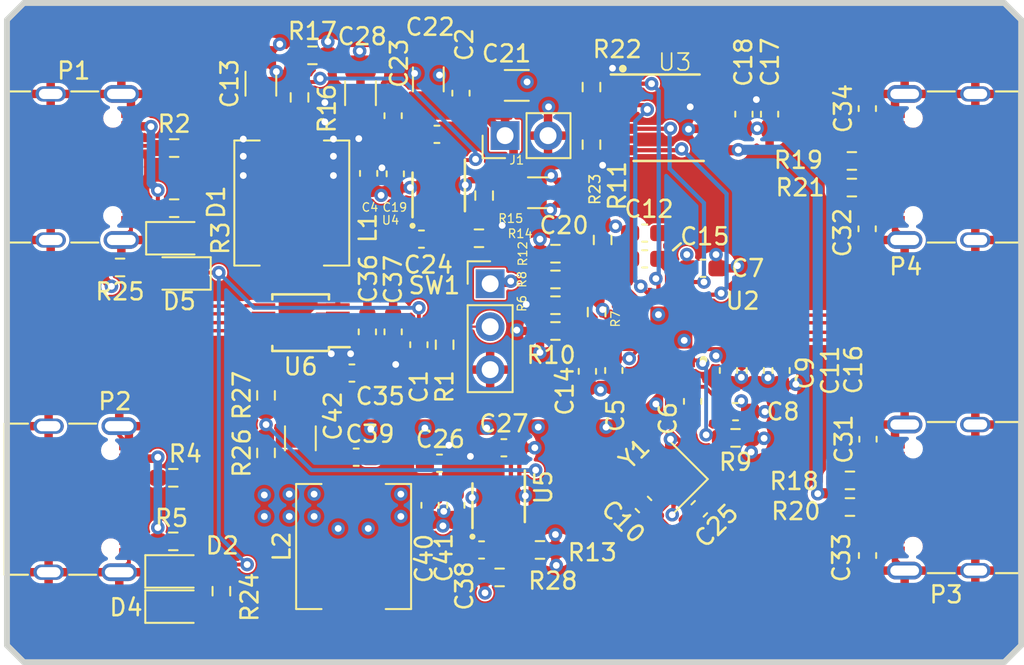
<source format=kicad_pcb>
(kicad_pcb (version 20221018) (generator pcbnew)
  (layers (0 "F.Cu" signal) (1 "In1.Cu" signal) (2 "In2.Cu" signal) (31 "B.Cu" signal) (34 "B.Paste" user) (35 "F.Paste" user) (36 "B.SilkS" user "B.Silkscreen") (37 "F.SilkS" user "F.Silkscreen") (38 "B.Mask" user) (39 "F.Mask" user) (44 "Edge.Cuts" user))
  (net 0 "")
  (net 1 "/KVM/SOURCE_SEL")
  (net 2 "GND")
  (net 3 "+12V")
  (net 4 "+5V")
  (net 5 "+3V3")
  (net 6 "Net-(U2-PLLFILT)")
  (net 7 "Net-(U2-XTALIN)")
  (net 8 "Net-(U2-CRFILT)")
  (net 9 "Net-(U4-BOOT)")
  (net 10 "Net-(U2-XTALOUT)")
  (net 11 "/KVM/Output Connectors/USP_PWR1")
  (net 12 "/KVM/Output Connectors/USP_PWR2")
  (net 13 "Net-(D1-A)")
  (net 14 "Net-(D2-A)")
  (net 15 "Net-(P1-CC)")
  (net 16 "/KVM/Input Connectors A/VBUS")
  (net 17 "Net-(P2-CC)")
  (net 18 "/KVM/Input Connectors B/VBUS")
  (net 19 "/KVM/USB/VBUS_DET")
  (net 20 "Net-(U2-~{RST})")
  (net 21 "Net-(U2-RBIAS)")
  (net 22 "Net-(U2-NO_REM0)")
  (net 23 "Net-(U2-SMBDAT{slash}NO_REM1)")
  (net 24 "Net-(U2-SMBCLK{slash}CFG_SEL0)")
  (net 25 "Net-(U4-PG)")
  (net 26 "Net-(U4-RT)")
  (net 27 "/Power/FB_5V")
  (net 28 "Net-(P3-VCONN)")
  (net 29 "Net-(P4-VCONN)")
  (net 30 "Net-(P3-CC)")
  (net 31 "Net-(P4-CC)")
  (net 32 "Net-(U2-~{OCS2})")
  (net 33 "Net-(U2-~{OCS1})")
  (net 34 "/KVM/DFP_USB_A.D_P")
  (net 35 "/KVM/DFP_USB_B.D_P")
  (net 36 "/KVM/USB Switch/USB_UP.D_P")
  (net 37 "/KVM/USB Switch/USB_UP.D_N")
  (net 38 "/KVM/DFP_USB_B.D_N")
  (net 39 "/KVM/DFP_USB_A.D_N")
  (net 40 "/KVM/Output Connectors/UFP_USB1.D_N")
  (net 41 "/KVM/Output Connectors/UFP_USB1.D_P")
  (net 42 "/KVM/Output Connectors/UFP_USB2.D_N")
  (net 43 "/KVM/Output Connectors/UFP_USB2.D_P")
  (net 45 "Net-(U2-PRTPWR1)")
  (net 46 "Net-(U2-PRTPWR2)")
  (net 47 "Net-(D4-A)")
  (net 48 "Net-(D5-A)")
  (net 49 "/Power/5V_SW")
  (net 50 "Net-(U5-BOOT)")
  (net 51 "/Power/3V3_SW")
  (net 54 "Net-(U5-RT)")
  (net 55 "/Power/FB_3V3")
  (net 56 "Net-(U5-PG)")
  (footprint "Capacitor_SMD:C_0603_1608Metric_Pad1.08x0.95mm_HandSolder" (layer "F.Cu") (at 154.8892 118.7196 -90)
    (fp_text reference "C5")
    (fp_text value "1000pF" hide)
  )
  (footprint "Rockerrobotics:Diodes-SO8" (layer "F.Cu") (at 157.8356 103.7844)
    (fp_text reference "U3")
    (fp_text value "AP2176SG-13" hide)
  )
  (footprint "Resistor_SMD:R_0603_1608Metric_Pad0.98x0.95mm_HandSolder" (layer "F.Cu") (at 128.8288 125.0696)
    (fp_text reference "R4")
    (fp_text value "5.1k" hide)
  )
  (footprint "Resistor_SMD:R_0603_1608Metric_Pad0.98x0.95mm_HandSolder" (layer "F.Cu") (at 144.8816 117.1956 -90)
    (fp_text reference "R1")
    (fp_text value "10k" hide)
  )
  (footprint "Rockerrobotics:AMPHENOL_12402012E212A" (layer "F.Cu") (at 121.576 106.68 -90)
    (fp_text reference "P1")
    (fp_text value "USB_C_Plug_USB2.0" hide)
  )
  (footprint "Capacitor_SMD:C_0603_1608Metric_Pad1.08x0.95mm_HandSolder" (layer "F.Cu") (at 144.018 126.6952 -90)
    (fp_text reference "C40")
    (fp_text value "0.1uF" hide)
  )
  (footprint "Capacitor_SMD:C_0603_1608Metric_Pad1.08x0.95mm_HandSolder" (layer "F.Cu") (at 164.7825 118.7196 -90)
    (fp_text reference "C16")
    (fp_text value "1uF" hide)
  )
  (footprint "Resistor_SMD:R_0603_1608Metric_Pad0.98x0.95mm_HandSolder" (layer "F.Cu") (at 151.4367 114.8588)
    (fp_text reference "R6")
    (fp_text value "100k" hide)
  )
  (footprint "Capacitor_SMD:C_0603_1608Metric_Pad1.08x0.95mm_HandSolder" (layer "F.Cu") (at 161.671 118.7196 -90)
    (fp_text reference "C9")
    (fp_text value "1000pF" hide)
  )
  (footprint "Resistor_SMD:R_0603_1608Metric_Pad0.98x0.95mm_HandSolder" (layer "F.Cu") (at 168.859 126.7968)
    (fp_text reference "R20")
    (fp_text value "22K" hide)
  )
  (footprint "Rockerrobotics:AMPHENOL_12402012E212A" (layer "F.Cu") (at 176.276 126.238 90)
    (fp_text reference "P3")
    (fp_text value "USB_C_Plug_USB2.0" hide)
  )
  (footprint "Capacitor_SMD:C_0603_1608Metric_Pad1.08x0.95mm_HandSolder" (layer "F.Cu") (at 141.8336 116.4336 90)
    (fp_text reference "C37")
    (fp_text value "0.1uF" hide)
  )
  (footprint "Capacitor_SMD:C_1206_3216Metric_Pad1.33x1.80mm_HandSolder" (layer "F.Cu") (at 150.5204 108.204)
    (fp_text reference "C20")
    (fp_text value "10uF" hide)
  )
  (footprint "Resistor_SMD:R_0603_1608Metric_Pad0.98x0.95mm_HandSolder" (layer "F.Cu") (at 168.859 125.222)
    (fp_text reference "R18")
    (fp_text value "22K" hide)
  )
  (footprint "Diode_SMD:D_0805_2012Metric_Pad1.15x1.40mm_HandSolder" (layer "F.Cu") (at 129.0828 110.8964)
    (fp_text reference "D1")
    (fp_text value "GREEN" hide)
  )
  (footprint "Resistor_SMD:R_0603_1608Metric_Pad0.98x0.95mm_HandSolder" (layer "F.Cu") (at 153.5684 101.9537 -90)
    (fp_text reference "R22")
    (fp_text value "100k" hide)
  )
  (footprint "Capacitor_SMD:C_0603_1608Metric_Pad1.08x0.95mm_HandSolder" (layer "F.Cu") (at 148.3868 123.2916)
    (fp_text reference "C27")
    (fp_text value "0.1uF" hide)
  )
  (footprint "Capacitor_SMD:C_1206_3216Metric_Pad1.33x1.80mm_HandSolder" (layer "F.Cu") (at 134.0104 101.7524 90)
    (fp_text reference "C13")
    (fp_text value "10uF" hide)
  )
  (footprint "Resistor_SMD:R_0603_1608Metric_Pad0.98x0.95mm_HandSolder" (layer "F.Cu") (at 168.9724 107.8992)
    (fp_text reference "R21")
    (fp_text value "22K" hide)
  )
  (footprint "Capacitor_SMD:C_0603_1608Metric_Pad1.08x0.95mm_HandSolder" (layer "F.Cu") (at 145.8468 102.3123 90)
    (fp_text reference "C2")
    (fp_text value "1uF" hide)
  )
  (footprint "Capacitor_SMD:C_0603_1608Metric_Pad1.08x0.95mm_HandSolder" (layer "F.Cu") (at 164.1048 103.5558 -90)
    (fp_text reference "C17")
    (fp_text value "0.1uF" hide)
  )
  (footprint "Rockerrobotics:AMPHENOL_12402012E212A" (layer "F.Cu") (at 176.276 106.68 90)
    (fp_text reference "P4")
    (fp_text value "USB_C_Plug_USB2.0" hide)
  )
  (footprint "Capacitor_SMD:C_0603_1608Metric_Pad1.08x0.95mm_HandSolder" (layer "F.Cu") (at 169.8752 110.3376 -90)
    (fp_text reference "C32")
    (fp_text value "1uF" hide)
  )
  (footprint "Crystal:Crystal_SMD_2520-4Pin_2.5x2.0mm" (layer "F.Cu") (at 158.2928 124.968 135)
    (fp_text reference "Y1")
    (fp_text value "24MHz" hide)
  )
  (footprint "Capacitor_SMD:C_1206_3216Metric_Pad1.33x1.80mm_HandSolder" (layer "F.Cu") (at 143.9164 101.4984 90)
    (fp_text reference "C22")
    (fp_text value "10uF" hide)
  )
  (footprint "Resistor_SMD:R_0603_1608Metric_Pad0.98x0.95mm_HandSolder" (layer "F.Cu") (at 151.4367 113.3348)
    (fp_text reference "R8")
    (fp_text value "10k" hide)
  )
  (footprint "Diode_SMD:D_0805_2012Metric_Pad1.15x1.40mm_HandSolder" (layer "F.Cu") (at 129.032 132.6896)
    (fp_text reference "D4")
    (fp_text value "GREEN" hide)
  )
  (footprint "Resistor_SMD:R_0603_1608Metric_Pad0.98x0.95mm_HandSolder" (layer "F.Cu") (at 134.3152 120.1928 90)
    (fp_text reference "R27")
    (fp_text value "32K" hide)
  )
  (footprint "Capacitor_SMD:C_0603_1608Metric_Pad1.08x0.95mm_HandSolder" (layer "F.Cu") (at 147.066 129.3368 180)
    (fp_text reference "C38")
    (fp_text value "0.1uF" hide)
  )
  (footprint "Capacitor_SMD:C_0603_1608Metric_Pad1.08x0.95mm_HandSolder" (layer "F.Cu") (at 156.645056 126.648307 -45)
    (fp_text reference "C10")
    (fp_text value "18pF" hide)
  )
  (footprint "Capacitor_SMD:C_0603_1608Metric_Pad1.08x0.95mm_HandSolder" (layer "F.Cu") (at 160.1597 112.6744)
    (fp_text reference "C7")
    (fp_text value "1000pF" hide)
  )
  (footprint "Capacitor_SMD:C_0603_1608Metric_Pad1.08x0.95mm_HandSolder" (layer "F.Cu") (at 159.5501 120.5484 -90)
    (fp_text reference "C6")
    (fp_text value "1000pF" hide)
  )
  (footprint "Capacitor_SMD:C_0603_1608Metric_Pad1.08x0.95mm_HandSolder" (layer "F.Cu") (at 139.3952 118.872)
    (fp_text reference "C35")
    (fp_text value "1uF" hide)
  )
  (footprint "Capacitor_SMD:C_0603_1608Metric_Pad1.08x0.95mm_HandSolder" (layer "F.Cu") (at 162.5854 103.5558 -90)
    (fp_text reference "C18")
    (fp_text value "0.1uF" hide)
  )
  (footprint "Capacitor_SMD:C_0603_1608Metric_Pad1.08x0.95mm_HandSolder" (layer "F.Cu") (at 143.51 110.9472 180)
    (fp_text reference "C24")
    (fp_text value "0.1uF" hide)
  )
  (footprint "Resistor_SMD:R_0603_1608Metric_Pad0.98x0.95mm_HandSolder" (layer "F.Cu") (at 146.9117 110.8964 180)
    (fp_text reference "R14")
    (fp_text value "100K" hide)
  )
  (footprint "Rockerrobotics:AMPHENOL_12402012E212A" (layer "F.Cu") (at 121.452 126.334 -90)
    (fp_text reference "P2")
    (fp_text value "USB_C_Plug_USB2.0" hide)
  )
  (footprint "Resistor_SMD:R_0603_1608Metric_Pad0.98x0.95mm_HandSolder" (layer "F.Cu") (at 148.1328 130.9624)
    (fp_text reference "R28")
    (fp_text value "100K" hide)
  )
  (footprint "Capacitor_SMD:C_1206_3216Metric_Pad1.33x1.80mm_HandSolder" (layer "F.Cu") (at 149.1488 101.854)
    (fp_text reference "C21")
    (fp_text value "10uF" hide)
  )
  (footprint "Capacitor_SMD:C_0603_1608Metric_Pad1.08x0.95mm_HandSolder" (layer "F.Cu") (at 169.9004 129.667 -90)
    (fp_text reference "C33")
    (fp_text value "0.1uF" hide)
  )
  (footprint "Resistor_SMD:R_0603_1608Metric_Pad0.98x0.95mm_HandSolder" (layer "F.Cu") (at 134.3152 123.5964 90)
    (fp_text reference "R26")
    (fp_text value "100K" hide)
  )
  (footprint "Capacitor_SMD:C_1206_3216Metric_Pad1.33x1.80mm_HandSolder" (layer "F.Cu") (at 139.9032 102.3112 90)
    (fp_text reference "C28")
    (fp_text value "10uF" hide)
  )
  (footprint "Resistor_SMD:R_0603_1608Metric_Pad0.98x0.95mm_HandSolder" (layer "F.Cu") (at 168.9724 106.3244)
    (fp_text reference "R19")
    (fp_text value "22K" hide)
  )
  (footprint "Capacitor_SMD:C_0603_1608Metric_Pad1.08x0.95mm_HandSolder" (layer "F.Cu") (at 169.8868 103.2256 90)
    (fp_text reference "C34")
    (fp_text value "0.1uF" hide)
  )
  (footprint "Resistor_SMD:R_0603_1608Metric_Pad0.98x0.95mm_HandSolder" (layer "F.Cu") (at 128.8796 105.5624)
    (fp_text reference "R2")
    (fp_text value "5.1k" hide)
  )
  (footprint "Capacitor_SMD:C_0603_1608Metric_Pad1.08x0.95mm_HandSolder" (layer "F.Cu") (at 143.3576 117.1956 -90)
    (fp_text reference "C1")
    (fp_text value "0.1uF" hide)
  )
  (footprint "Capacitor_SMD:C_0603_1608Metric_Pad1.08x0.95mm_HandSolder" (layer "F.Cu") (at 145.542 126.6952 -90)
    (fp_text reference "C41")
    (fp_text value "0.1uF" hide)
  )
  (footprint "Diode_SMD:D_0805_2012Metric_Pad1.15x1.40mm_HandSolder" (layer "F.Cu") (at 129.032 130.6068)
    (fp_text reference "D2")
    (fp_text value "GREEN" hide)
  )
  (footprint "Capacitor_SMD:C_0603_1608Metric_Pad1.08x0.95mm_HandSolder" (layer "F.Cu") (at 156.718 112.1156 180)
    (fp_text reference "C15")
    (fp_text value "0.1uF" hide)
  )
  (footprint "Connector_PinHeader_2.54mm:PinHeader_1x03_P2.54mm_Vertical" (layer "F.Cu") (at 147.574 113.5888)
    (fp_text reference "SW1")
    (fp_text value "SW_SPDT")
  )
  (footprint "Inductor_SMD:L_Abracon_ASPI-0630LR" (layer "F.Cu") (at 135.8392 108.8136 90)
    (fp_text reference "L1")
    (fp_text value "4.7uH" hide)
  )
  (footprint "Capacitor_SMD:C_1206_3216Metric_Pad1.33x1.80mm_HandSolder" (layer "F.Cu") (at 136.3472 122.7328 90)
    (fp_text reference "C42")
    (fp_text value "10uF" hide)
  )
  (footprint "Resistor_SMD:R_0603_1608Metric_Pad0.98x0.95mm_HandSolder" (layer "F.Cu") (at 147.2184 108.3725 90)
    (fp_text reference "R15")
    (fp_text value "23K" hide)
  )
  (footprint "Capacitor_SMD:C_0603_1608Metric_Pad1.08x0.95mm_HandSolder" (layer "F.Cu") (at 144.5768 124.206 180)
    (fp_text reference "C26")
    (fp_text value "0.1uF" hide)
  )
  (footprint "Rockerrobotics:TI_DFN12_P0.5" (layer "F.Cu") (at 144.506315 107.7722 90)
    (fp_text reference "U4")
    (fp_text value "LMR51450FNDRRR" hide)
  )
  (footprint "Resistor_SMD:R_0603_1608Metric_Pad0.98x0.95mm_HandSolder" (layer "F.Cu") (at 128.8288 128.8288 180)
    (fp_text reference "R5")
    (fp_text value "120" hide)
  )
  (footprint "Connector_PinHeader_2.54mm:PinHeader_1x02_P2.54mm_Vertical" (layer "F.Cu") (at 148.4576 104.8262 90)
    (fp_text reference "J1")
    (fp_text value "PJ-037A")
  )
  (footprint "Resistor_SMD:R_0603_1608Metric_Pad0.98x0.95mm_HandSolder" (layer "F.Cu") (at 153.5684 105.3592 90)
    (fp_text reference "R23")
    (fp_text value "100k" hide)
  )
  (footprint "Capacitor_SMD:C_0603_1608Metric_Pad1.08x0.95mm_HandSolder" (layer "F.Cu") (at 144.4244 104.7496)
    (fp_text reference "C3" hide)
    (fp_text value "0.1uF" hide)
  )
  (footprint "Capacitor_SMD:C_0603_1608Metric_Pad1.08x0.95mm_HandSolder" (layer "F.Cu") (at 169.9258 122.7836 90)
    (fp_text reference "C31")
    (fp_text value "1uF" hide)
  )
  (footprint "Resistor_SMD:R_0603_1608Metric_Pad0.98x0.95mm_HandSolder" (layer "F.Cu") (at 136.2964 102.5652 90)
    (fp_text reference "R16")
    (fp_text value "100K" hide)
  )
  (footprint "Resistor_SMD:R_0603_1608Metric_Pad0.98x0.95mm_HandSolder" (layer "F.Cu") (at 151.4367 116.3828 180)
    (fp_text reference "R10")
    (fp_text value "10k" hide)
  )
  (footprint "Resistor_SMD:R_0603_1608Metric_Pad0.98x0.95mm_HandSolder" (layer "F.Cu") (at 150.5204 129.3368)
    (fp_text reference "R13")
    (fp_text value "23K" hide)
  )
  (footprint "Capacitor_SMD:C_0603_1608Metric_Pad1.08x0.95mm_HandSolder" (layer "F.Cu") (at 139.6492 123.8504)
    (fp_text reference "C39")
    (fp_text value "1uF" hide)
  )
  (footprint "Resistor_SMD:R_0603_1608Metric_Pad0.98x0.95mm_HandSolder" (layer "F.Cu") (at 162.0901 122.7074 180)
    (fp_text reference "R9")
    (fp_text value "12k" hide)
  )
  (footprint "Capacitor_SMD:C_0603_1608Metric_Pad1.08x0.95mm_HandSolder" (layer "F.Cu") (at 153.3271 118.7704 -90)
    (fp_text reference "C14")
    (fp_text value "0.1uF" hide)
  )
  (footprint "Capacitor_SMD:C_0603_1608Metric_Pad1.08x0.95mm_HandSolder" (layer "F.Cu") (at 163.2585 118.7196 -90)
    (fp_text reference "C11")
    (fp_text value "0.1uF" hide)
  )
  (footprint "Rockerrobotics:TI_DFN12_P0.5" (layer "F.Cu") (at 148.050885 126.1618 90)
    (fp_text reference "U5")
    (fp_text value "LMR51450FNDRRR" hide)
  )
  (footprint "Package_SO:MSOP-10_3x3mm_P0.5mm" (layer "F.Cu") (at 136.3628 115.8908 180)
    (fp_text reference "U6")
    (fp_text value "RS2227XN" hide)
  )
  (footprint "Resistor_SMD:R_0603_1608Metric_Pad0.98x0.95mm_HandSolder" (layer "F.Cu") (at 151.4367 111.8108 180)
    (fp_text reference "R12")
    (fp_text value "10k" hide)
  )
  (footprint "Resistor_SMD:R_0603_1608Metric_Pad0.98x0.95mm_HandSolder" (layer "F.Cu") (at 137.0584 100.076)
    (fp_text reference "R17")
    (fp_text value "19.1K" hide)
  )
  (footprint "Diode_SMD:D_0805_2012Metric_Pad1.15x1.40mm_HandSolder" (layer "F.Cu") (at 129.1844 112.9792 180)
    (fp_text reference "D5")
    (fp_text value "GREEN" hide)
  )
  (footprint "Rockerrobotics:SQFN24_4X4MC_MCH" (layer "F.Cu") (at 158.2928 116.1796 180)
    (fp_text reference "U2")
    (fp_text value "USB2422T/MJ" hide)
  )
  (footprint "Resistor_SMD:R_0603_1608Metric_Pad0.98x0.95mm_HandSolder" (layer "F.Cu") (at 131.6736 131.7752 90)
    (fp_text reference "R24")
    (fp_text value "120" hide)
  )
  (footprint "Resistor_SMD:R_0603_1608Metric_Pad0.98x0.95mm_HandSolder" (layer "F.Cu") (at 153.8732 115.2652 90)
    (fp_text reference "R7")
    (fp_text value "100k" hide)
  )
  (footprint "Resistor_SMD:R_0603_1608Metric_Pad0.98x0.95mm_HandSolder" (layer "F.Cu") (at 125.6792 112.6236 180)
    (fp_text reference "R25")
    (fp_text value "120" hide)
  )
  (footprint "Inductor_SMD:L_Abracon_ASPI-0630LR" (layer "F.Cu") (at 139.4968 129.1336 90)
    (fp_text reference "L2")
    (fp_text value "4.7uH" hide)
  )
  (footprint "Capacitor_SMD:C_0603_1608Metric_Pad1.08x0.95mm_HandSolder" (layer "F.Cu") (at 140.3096 116.4336 90)
    (fp_text reference "C36")
    (fp_text value "0.1uF" hide)
  )
  (footprint "Capacitor_SMD:C_0603_1608Metric_Pad1.08x0.95mm_HandSolder" (layer "F.Cu") (at 140.3858 107.061 -90)
    (fp_text reference "C4")
    (fp_text value "0.1uF" hide)
  )
  (footprint "Resistor_SMD:R_0603_1608Metric_Pad0.98x0.95mm_HandSolder" (layer "F.Cu") (at 128.8796 109.1184 180)
    (fp_text reference "R3")
    (fp_text value "120" hide)
  )
  (footprint "Capacitor_SMD:C_0603_1608Metric_Pad1.08x0.95mm_HandSolder" (layer "F.Cu") (at 162.0901 121.158)
    (fp_text reference "C8")
    (fp_text value "0.1uF" hide)
  )
  (footprint "Capacitor_SMD:C_0603_1608Metric_Pad1.08x0.95mm_HandSolder" (layer "F.Cu") (at 141.8336 103.6481 90)
    (fp_text reference "C23")
    (fp_text value "1uF" hide)
  )
  (footprint "Capacitor_SMD:C_0603_1608Metric_Pad1.08x0.95mm_HandSolder" (layer "F.Cu") (at 141.9606 107.0864 -90)
    (fp_text reference "C19")
    (fp_text value "0.1uF" hide)
  )
  (footprint "Capacitor_SMD:C_0603_1608Metric_Pad1.08x0.95mm_HandSolder" (layer "F.Cu") (at 156.718 110.5916 180)
    (fp_text reference "C12")
    (fp_text value "1000pF" hide)
  )
  (footprint "Resistor_SMD:R_0603_1608Metric_Pad0.98x0.95mm_HandSolder" (layer "F.Cu") (at 154.2288 110.998 90)
    (fp_text reference "R11")
    (fp_text value "10k" hide)
  )
  (footprint "Capacitor_SMD:C_0603_1608Metric_Pad1.08x0.95mm_HandSolder" (layer "F.Cu") (at 159.947056 126.902307 -135)
    (fp_text reference "C25")
    (fp_text value "18pF" hide)
  )
  (gr_line (start 158.3944 111.6076) (end 158.8516 111.2012) (stroke (width 0.15)) (layer "F.SilkS"))
  (gr_line (start 118.9896 134.977198) (end 118.9896 97.9772) (stroke (width 0.349999)) (layer "Edge.Cuts"))
  (gr_line (start 119.9896 96.9772) (end 177.9896 96.9772) (stroke (width 0.349999)) (layer "Edge.Cuts"))
  (gr_line (start 119.9896 135.977198) (end 118.9896 134.977198) (stroke (width 0.349999)) (layer "Edge.Cuts"))
  (gr_line (start 119.9896 96.9772) (end 118.9896 97.9772) (stroke (width 0.349999)) (layer "Edge.Cuts"))
  (gr_line (start 178.9896 134.977198) (end 178.9896 97.9772) (stroke (width 0.349999)) (layer "Edge.Cuts"))
  (gr_line (start 119.9896 135.977198) (end 177.9896 135.977198) (stroke (width 0.349999)) (layer "Edge.Cuts"))
  (gr_line (start 177.9896 135.977198) (end 178.9896 134.977198) (stroke (width 0.349999)) (layer "Edge.Cuts"))
  (gr_line (start 177.9896 96.9772) (end 178.9896 97.9772) (stroke (width 0.349999)) (layer "Edge.Cuts"))
  (segment (start 131.5212 112.9284) (end 130.2602 112.9284) (width 0.2286) (layer "F.Cu") (net 1))
  (segment (start 130.2602 112.9284) (end 130.2094 112.8776) (width 0.2286) (layer "F.Cu") (net 1))
  (segment (start 133.1976 130.2004) (end 132.3359 130.2004) (width 0.2286) (layer "F.Cu") (net 1))
  (segment (start 143.3576 116.3331) (end 143.5619 116.1288) (width 0.127) (layer "F.Cu") (net 1))
  (segment (start 132.3359 130.2004) (end 131.6736 130.8627) (width 0.2286) (layer "F.Cu") (net 1))
  (segment (start 143.3576 116.3331) (end 143.3576 115.0112) (width 0.2286) (layer "F.Cu") (net 1))
  (segment (start 143.2999 116.3908) (end 143.3576 116.3331) (width 0.127) (layer "F.Cu") (net 1))
  (segment (start 143.5619 116.1288) (end 147.574 116.1288) (width 0.127) (layer "F.Cu") (net 1))
  (segment (start 138.5628 116.3908) (end 143.2999 116.3908) (width 0.2286) (layer "F.Cu") (net 1))
  (via (at 131.5212 112.9284) (size 0.8) (drill 0.4) (layers "F.Cu" "B.Cu") (net 1))
  (via (at 133.1976 130.2004) (size 0.8) (drill 0.4) (layers "F.Cu" "B.Cu") (net 1))
  (via (at 143.3576 115.0112) (size 0.8) (drill 0.4) (layers "F.Cu" "B.Cu") (net 1))
  (segment (start 143.3576 115.0112) (end 133.604 115.0112) (width 0.2286) (layer "B.Cu") (net 1))
  (segment (start 131.5212 112.9284) (end 131.5212 128.524) (width 0.2286) (layer "B.Cu") (net 1))
  (segment (start 131.5212 128.524) (end 133.1976 130.2004) (width 0.2286) (layer "B.Cu") (net 1))
  (segment (start 133.604 115.0112) (end 131.5212 112.9284) (width 0.2286) (layer "B.Cu") (net 1))
  (segment (start 148.050885 126.1618) (end 146.587163 126.1618) (width 0.2286) (layer "F.Cu") (net 2))
  (segment (start 164.1048 104.4183) (end 163.3971 104.4183) (width 0.508) (layer "F.Cu") (net 2))
  (segment (start 146.3876 107.46) (end 146.1008 107.7468) (width 0.381) (layer "F.Cu") (net 2))
  (segment (start 140.6895 107.9235) (end 141.1224 108.3564) (width 0.508) (layer "F.Cu") (net 2))
  (segment (start 137.9709 100.076) (end 137.9709 99.2651) (width 0.381) (layer "F.Cu") (net 2))
  (segment (start 144.78 127.9144) (end 144.8308 127.0508) (width 0.508) (layer "F.Cu") (net 2))
  (segment (start 146.587163 126.1618) (end 146.510487 126.238476) (width 0.2286) (layer "F.Cu") (net 2))
  (segment (start 171.526 109.88) (end 171.526 110.43) (width 0.381) (layer "F.Cu") (net 2))
  (segment (start 147.2184 107.46) (end 146.3876 107.46) (width 0.381) (layer "F.Cu") (net 2))
  (segment (start 125.756 111) (end 127.9542 111) (width 0.2286) (layer "F.Cu") (net 2))
  (segment (start 144.018 127.5577) (end 144.3239 127.5577) (width 0.508) (layer "F.Cu") (net 2))
  (segment (start 145.256504 106.2736) (end 145.256504 107.022011) (width 0.508) (layer "F.Cu") (net 2))
  (segment (start 127.9542 111) (end 128.0578 110.8964) (width 0.2286) (layer "F.Cu") (net 2))
  (segment (start 127.9598 130.654) (end 125.632 130.654) (width 0.2286) (layer "F.Cu") (net 2))
  (segment (start 126.202 130.084) (end 125.632 130.654) (width 0.2286) (layer "F.Cu") (net 2))
  (segment (start 134.0104 100.1899) (end 134.3537 100.1899) (width 0.381) (layer "F.Cu") (net 2))
  (segment (start 152.0829 108.2671) (end 151.13 109.22) (width 0.381) (layer "F.Cu") (net 2))
  (segment (start 143.7143 122.1243) (end 143.7132 122.1232) (width 0.508) (layer "F.Cu") (net 2))
  (segment (start 161.0222 111.9494) (end 160.9344 111.8616) (width 0.2286) (layer "F.Cu") (net 2))
  (segment (start 152.0829 108.204) (end 152.0829 108.2671) (width 0.381) (layer "F.Cu") (net 2))
  (segment (start 154.8911 110.0855) (end 154.9908 110.1852) (width 0.381) (layer "F.Cu") (net 2))
  (segment (start 153.8732 114.7572) (end 154.2288 115.1128) (width 0.381) (layer "F.Cu") (net 2))
  (segment (start 143.9164 99.9359) (end 143.9164 100.584) (width 0.381) (layer "F.Cu") (net 2))
  (segment (start 150.7621 102.8577) (end 151.0284 103.124) (width 0.381) (layer "F.Cu") (net 2))
  (segment (start 162.052 112.6744) (end 162.2044 112.522) (width 0.2286) (layer "F.Cu") (net 2))
  (segment (start 158.416544 126.260144) (end 159.337176 127.180776) (width 0.25) (layer "F.Cu") (net 2))
  (segment (start 134.3537 100.1899) (end 135.128 99.4156) (width 0.381) (layer "F.Cu") (net 2))
  (segment (start 148.050885 126.1618) (end 149.6314 126.1618) (width 0.2286) (layer "F.Cu") (net 2))
  (segment (start 140.3858 107.9235) (end 140.6895 107.9235) (width 0.508) (layer "F.Cu") (net 2))
  (segment (start 126.202 129.534) (end 126.202 130.084) (width 0.2286) (layer "F.Cu") (net 2))
  (segment (start 149.588474 126.1364) (end 149.6568 126.1364) (width 0.2286) (layer "F.Cu") (net 2))
  (segment (start 159.3342 104.4194) (end 159.3088 104.4448) (width 0.508) (layer "F.Cu") (net 2))
  (segment (start 150.7621 101.9048) (end 150.7621 102.8577) (width 0.381) (layer "F.Cu") (net 2))
  (segment (start 128.007 130.6068) (end 127.9598 130.654) (width 0.2286) (layer "F.Cu") (net 2))
  (segment (start 140.5117 122.1751) (end 140.5128 122.174) (width 0.508) (layer "F.Cu") (net 2))
  (segment (start 158.169056 123.854307) (end 158.169056 122.856544) (width 0.508) (layer "F.Cu") (net 2))
  (segment (start 158.416544 126.081693) (end 158.416544 126.096579) (width 0.25) (layer "F.Cu") (net 2))
  (segment (start 159.337176 127.180776) (end 159.337176 127.512187) (width 0.25) (layer "F.Cu") (net 2))
  (segment (start 148.801074 125.349) (end 149.588474 126.1364) (width 0.2286) (layer "F.Cu") (net 2))
  (segment (start 134.0735 100.1899) (end 134.9248 101.0412) (width 0.381) (layer "F.Cu") (net 2))
  (segment (start 171.526 129.438) (end 171.526 129.988) (width 0.381) (layer "F.Cu") (net 2))
  (segment (start 149.6314 126.1618) (end 149.6568 126.1364) (width 0.2286) (layer "F.Cu") (net 2))
  (segment (start 126.326 110.43) (end 125.756 111) (width 0.2286) (layer "F.Cu") (net 2))
  (segment (start 160.7941 104.4194) (end 159.3342 104.4194) (width 0.508) (layer "F.Cu") (net 2))
  (segment (start 139.8524 100.7487) (end 139.8524 99.822) (width 0.381) (layer "F.Cu") (net 2))
  (segment (start 145.256504 107.022011) (end 144.506315 107.7722) (width 0.508) (layer "F.Cu") (net 2))
  (segment (start 152.0829 108.0901) (end 151.1808 107.188) (width 0.381) (layer "F.Cu") (net 2))
  (segment (start 163.3971 104.4183) (end 163.3728 104.394) (width 0.508) (layer "F.Cu") (net 2))
  (segment (start 141.9352 107.9235) (end 141.9606 107.9489) (width 0.508) (layer "F.Cu") (net 2))
  (segment (start 134.0104 100.1899) (end 134.0735 100.1899) (width 0.381) (layer "F.Cu") (net 2))
  (segment (start 137.9709 99.2651) (end 137.9728 99.2632) (width 0.381) (layer "F.Cu") (net 2))
  (segment (start 158.416544 126.081693) (end 158.416544 127.181056) (width 0.25) (layer "F.Cu") (net 2))
  (segment (start 126.326 103.48) (end 126.326 102.93) (width 0.2286) (layer "F.Cu") (net 2))
  (segment (start 161.0222 112.6744) (end 162.052 112.6744) (width 0.2286) (layer "F.Cu") (net 2))
  (segment (start 150.0124 101.9048) (end 149.7584 101.6508) (width 0.381) (layer "F.Cu") (net 2))
  (segment (start 148.801074 123.739826) (end 149.2493 123.2916) (width 0.2286) (layer "F.Cu") (net 2))
  (segment (start 150.5242 110.951) (end 150.5204 110.9472) (width 0.381) (layer "F.Cu") (net 2))
  (segment (start 143.7143 124.206) (end 143.7143 122.1243) (width 0.508) (layer "F.Cu") (net 2))
  (segment (start 143.9164 100.584) (end 144.5768 101.2444) (width 0.381) (layer "F.Cu") (net 2))
  (segment (start 148.801074 124.6632) (end 148.801074 125.349) (width 0.2286) (layer "F.Cu") (net 2))
  (segment (start 158.169056 122.856544) (end 158.242 122.7836) (width 0.508) (layer "F.Cu") (net 2))
  (segment (start 126.326 109.88) (end 126.326 110.43) (width 0.2286) (layer "F.Cu") (net 2))
  (segment (start 126.326 102.93) (end 125.756 102.36) (width 0.2286) (layer "F.Cu") (net 2))
  (segment (start 171.526 110.43) (end 172.096 111) (width 0.381) (layer "F.Cu") (net 2))
  (segment (start 140.5117 123.8504) (end 140.5117 122.1751) (width 0.508) (layer "F.Cu") (net 2))
  (segment (start 141.5553 107.9235) (end 141.9352 107.9235) (width 0.508) (layer "F.Cu") (net 2))
  (segment (start 153.8732 114.3527) (end 153.8732 114.7572) (width 0.381) (layer "F.Cu") (net 2))
  (segment (start 161.0222 112.6744) (end 161.0222 111.9494) (width 0.2286) (layer "F.Cu") (net 2))
  (segment (start 171.526 129.988) (end 172.096 130.558) (width 0.381) (layer "F.Cu") (net 2))
  (segment (start 158.416544 126.081693) (end 158.416544 126.260144) (width 0.25) (layer "F.Cu") (net 2))
  (segment (start 158.416544 127.181056) (end 158.3436 127.254) (width 0.25) (layer "F.Cu") (net 2))
  (segment (start 125.632 122.564) (end 126.202 123.134) (width 0.2286) (layer "F.Cu") (net 2))
  (segment (start 125.632 122.014) (end 125.632 122.564) (width 0.2286) (layer "F.Cu") (net 2))
  (segment (start 144.3239 127.5577) (end 144.78 127.9144) (width 0.508) (layer "F.Cu") (net 2))
  (segment (start 154.2288 110.0855) (end 154.8911 110.0855) (width 0.381) (layer "F.Cu") (net 2))
  (segment (start 150.5242 111.8108) (end 150.5242 110.951) (width 0.381) (layer "F.Cu") (net 2))
  (segment (start 158.416544 126.096579) (end 157.254936 127.258187) (width 0.25) (layer "F.Cu") (net 2))
  (segment (start 148.801074 124.6632) (end 148.801074 123.739826) (width 0.2286) (layer "F.Cu") (net 2))
  (segment (start 150.7621 101.9048) (end 150.0124 101.9048) (width 0.381) (layer "F.Cu") (net 2))
  (segment (start 152.0829 108.204) (end 152.0829 108.0901) (width 0.381) (layer "F.Cu") (net 2))
  (segment (start 143.9164 100.33) (end 143.1036 101.1428) (width 0.381) (layer "F.Cu") (net 2))
  (segment (start 143.9164 99.9359) (end 143.9164 100.33) (width 0.381) (layer "F.Cu") (net 2))
  (segment (start 141.1224 108.3564) (end 141.5553 107.9235) (width 0.508) (layer "F.Cu") (net 2))
  (via (at 151.4348 128.4224) (size 0.8) (drill 0.4) (layers "F.Cu" "B.Cu") (net 2))
  (via (at 144.5768 101.2444) (size 0.8) (drill 0.4) (layers "F.Cu" "B.Cu") (net 2))
  (via (at 149.7584 101.6508) (size 0.8) (drill 0.4) (layers "F.Cu" "B.Cu") (net 2))
  (via (at 144.78 127.9144) (size 0.8) (drill 0.4) (layers "F.Cu" "B.Cu") (net 2))
  (via (at 150.5204 117.6528) (size 0.8) (drill 0.4) (layers "F.Cu" "B.Cu") (net 2))
  (via (at 143.7132 122.1232) (size 0.8) (drill 0.4) (layers "F.Cu" "B.Cu") (net 2))
  (via (at 149.1488 116.332) (size 0.8) (drill 0.4) (layers "F.Cu" "B.Cu") (net 2))
  (via (at 150.4188 122.0724) (size 0.8) (drill 0.4) (layers "F.Cu" "B.Cu") (net 2))
  (via (at 162.433 120.523) (size 0.8) (drill 0.4) (layers "F.Cu" "B.Cu") (net 2))
  (via (at 139.8524 99.822) (size 0.8) (drill 0.4) (layers "F.Cu" "B.Cu") (net 2))
  (via (at 154.2288 115.1128) (size 0.8) (drill 0.4) (layers "F.Cu" "B.Cu") (net 2))
  (via (at 151.13 109.22) (size 0.8) (drill 0.4) (layers "F.Cu" "B.Cu") (net 2))
  (via (at 135.128 99.4156) (size 0.8) (drill 0.4) (layers "F.Cu" "B.Cu") (net 2))
  (via (at 157.5308 115.4176) (size 0.8) (drill 0.4) (layers "F.Cu" "B.Cu") (net 2))
  (via (at 154.432 122.0724) (size 0.8) (drill 0.4) (layers "F.Cu" "B.Cu") (net 2))
  (via (at 137.9728 99.2632) (size 0.8) (drill 0.4) (layers "F.Cu" "B.Cu") (net 2))
  (via (at 159.3088 104.4448) (size 0.8) (drill 0.4) (layers "F.Cu" "B.Cu") (net 2))
  (via (at 165.6588 119.5324) (size 0.8) (drill 0.4) (layers "F.Cu" "B.Cu") (net 2))
  (via (at 140.5128 122.174) (size 0.8) (drill 0.4) (layers "F.Cu" "B.Cu") (net 2))
  (via (at 163.83 121.158) (size 0.8) (drill 0.4) (layers "F.Cu" "B.Cu") (net 2))
  (via (at 158.242 122.7836) (size 0.8) (drill 0.4) (layers "F.Cu" "B.Cu") (net 2))
  (via (at 159.0548 116.9416) (size 0.8) (drill 0.4) (layers "F.Cu" "B.Cu") (net 2))
  (via (at 146.1008 107.7468) (size 0.8) (drill 0.4) (layers "F.Cu" "B.Cu") (net 2))
  (via (at 157.3784 120.7008) (size 0.8) (drill 0.4) (layers "F.Cu" "B.Cu") (net 2))
  (via (at 149.6568 126.1364) (size 0.8) (drill 0.4) (layers "F.Cu" "B.Cu") (net 2))
  (via (at 151.1808 107.188) (size 0.8) (drill 0.4) (layers "F.Cu" "B.Cu") (net 2))
  (via (at 141.1224 108.3564) (size 0.8) (drill 0.4) (layers "F.Cu" "B.Cu") (net 2))
  (via (at 160.9344 111.8616) (size 0.8) (drill 0.4) (layers "F.Cu" "B.Cu") (net 2))
  (via (at 142.8496 107.8992) (size 0.8) (drill 0.4) (layers "F.Cu" "B.Cu") (net 2))
  (via (at 163.0172 123.5456) (size 0.8) (drill 0.4) (layers "F.Cu" "B.Cu") (net 2))
  (via (at 162.433 119.126) (size 0.8) (drill 0.4) (layers "F.Cu" "B.Cu") (net 2))
  (via (at 151.0284 103.124) (size 0.8) (drill 0.4) (layers "F.Cu" "B.Cu") (net 2))
  (via (at 158.3436 127.254) (size 0.8) (drill 0.4) (layers "F.Cu" "B.Cu") (net 2))
  (via (at 150.2156 123.2916) (size 0.8) (drill 0.4) (layers "F.Cu" "B.Cu") (net 2))
  (via (at 154.1018 119.8626) (size 0.8) (drill 0.4) (layers "F.Cu" "B.Cu") (net 2))
  (via (at 154.9908 110.1852) (size 0.8) (drill 0.4) (layers "F.Cu" "B.Cu") (net 2))
  (via (at 162.2044 112.522) (size 0.8) (drill 0.4) (layers "F.Cu" "B.Cu") (net 2))
  (via (at 163.3728 104.394) (size 0.8) (drill 0.4) (layers "F.Cu" "B.Cu") (net 2))
  (via (at 151.4856 130.2512) (size 0.8) (drill 0.4) (layers "F.Cu" "B.Cu") (net 2))
  (via (at 144.8308 127.0508) (size 0.8) (drill 0.4) (layers "F.Cu" "B.Cu") (net 2))
  (via (at 146.510487 126.238476) (size 0.8) (drill 0.4) (layers "F.Cu" "B.Cu") (net 2))
  (via (at 147.3708 122.1232) (size 0.8) (drill 0.4) (layers "F.Cu" "B.Cu") (net 2))
  (via (at 150.5204 110.9472) (size 0.8) (drill 0.4) (layers "F.Cu" "B.Cu") (net 2))
  (via (at 163.7792 122.7328) (size 0.8) (drill 0.4) (layers "F.Cu" "B.Cu") (net 2))
  (via (at 143.1036 101.1428) (size 0.8) (drill 0.4) (layers "F.Cu" "B.Cu") (net 2))
  (via (at 164.0078 119.1514) (size 0.8) (drill 0.4) (layers "F.Cu" "B.Cu") (net 2))
  (via (at 134.9248 101.0412) (size 0.8) (drill 0.4) (layers "F.Cu" "B.Cu") (net 2))
  (segment (start 145.7329 103.0609) (end 145.8468 103.1748) (width 0.508) (layer "F.Cu") (net 3))
  (segment (start 148.9579 108.204) (end 148.9579 105.3265) (width 0.508) (layer "F.Cu") (net 3))
  (segment (start 143.5619 104.7496) (end 143.5619 104.7485) (width 0.508) (layer "F.Cu") (net 3))
  (segment (start 146.8062 103.1748) (end 148.4576 104.8262) (width 0.508) (layer "F.Cu") (net 3))
  (segment (start 144.0688 104.2416) (end 144.0688 103.2133) (width 0.508) (layer "F.Cu") (net 3))
  (segment (start 144.0688 103.2133) (end 143.9164 103.0609) (width 0.508) (layer "F.Cu") (net 3))
  (segment (start 143.5619 104.7485) (end 144.0688 104.2416) (width 0.508) (layer "F.Cu") (net 3))
  (segment (start 145.8468 103.1748) (end 146.8062 103.1748) (width 0.508) (layer "F.Cu") (net 3))
  (segment (start 148.4576 102.7253) (end 147.6371 101.9048) (width 0.508) (layer "F.Cu") (net 3))
  (segment (start 143.9164 103.0609) (end 145.7329 103.0609) (width 0.508) (layer "F.Cu") (net 3))
  (segment (start 148.9579 105.3265) (end 148.4576 104.8262) (width 0.508) (layer "F.Cu") (net 3))
  (segment (start 148.4576 104.8262) (end 148.4576 102.7253) (width 0.508) (layer "F.Cu") (net 3))
  (segment (start 153.5176 106.2717) (end 153.9221 106.2717) (width 0.2286) (layer "F.Cu") (net 4))
  (segment (start 141.6823 106.2239) (end 141.6304 106.172) (width 0.508) (layer "F.Cu") (net 4))
  (segment (start 141.6304 106.172) (end 141.1732 106.6292) (width 0.508) (layer "F.Cu") (net 4))
  (segment (start 138.5327 118.872) (end 138.5628 118.8419) (width 0.2286) (layer "F.Cu") (net 4))
  (segment (start 141.8336 117.2961) (end 140.3096 117.2961) (width 0.5842) (layer "F.Cu") (net 4))
  (segment (start 139.8767 117.729) (end 140.3096 117.2961) (width 0.2286) (layer "F.Cu") (net 4))
  (segment (start 141.8336 104.5106) (end 141.8336 106.0969) (width 0.381) (layer "F.Cu") (net 4))
  (segment (start 159.4358 103.1494) (end 159.4104 103.124) (width 0.508) (layer "F.Cu") (net 4))
  (segment (start 134.0104 103.3149) (end 136.1336 103.3149) (width 0.2286) (layer "F.Cu") (net 4))
  (segment (start 139.9043 116.8908) (end 138.5628 116.8908) (width 0.2286) (layer "F.Cu") (net 4))
  (segment (start 160.7941 103.1494) (end 159.4358 103.1494) (width 0.508) (layer "F.Cu") (net 4))
  (segment (start 149.7584 114.8588) (end 149.7076 114.808) (width 0.508) (layer "F.Cu") (net 4))
  (segment (start 138.5628 118.8419) (end 138.5628 118.1158) (width 0.2286) (layer "F.Cu") (net 4))
  (segment (start 141.9606 106.2239) (end 141.6823 106.2239) (width 0.508) (layer "F.Cu") (net 4))
  (segment (start 136.1336 103.3149) (end 136.2964 103.4777) (width 0.2286) (layer "F.Cu") (net 4))
  (segment (start 153.5176 101.0412) (end 154.6098 101.0412) (width 0.2286) (layer "F.Cu") (net 4))
  (segment (start 139.319 117.729) (end 139.8767 117.729) (width 0.2286) (layer "F.Cu") (net 4))
  (segment (start 139.8524 103.8737) (end 139.8524 104.9528) (width 0.508) (layer "F.Cu") (net 4))
  (segment (start 153.9221 106.2717) (end 154.2288 106.5784) (width 0.2286) (layer "F.Cu") (net 4))
  (segment (start 160.7941 103.1494) (end 162.1293 103.1494) (width 0.508) (layer "F.Cu") (net 4))
  (segment (start 138.5628 116.8908) (end 138.5628 117.3422) (width 0.2286) (layer "F.Cu") (net 4))
  (segment (start 138.5628 117.3422) (end 138.176 117.729) (width 0.2286) (layer "F.Cu") (net 4))
  (segment (start 150.5242 114.8588) (end 149.7584 114.8588) (width 0.508) (layer "F.Cu") (net 4))
  (segment (start 154.6098 101.0412) (end 154.813 100.838) (width 0.2286) (layer "F.Cu") (net 4))
  (segment (start 147.8242 110.5954) (end 148.2852 110.1344) (width 0.2286) (layer "F.Cu") (net 4))
  (segment (start 141.1732 106.6292) (end 141.1732 106.7308) (width 0.508) (layer "F.Cu") (net 4))
  (segment (start 139.8524 104.9528) (end 139.8016 105.0036) (width 0.508) (layer "F.Cu") (net 4))
  (segment (start 164.1048 102.6933) (end 163.322 102.6933) (width 0.508) (layer "F.Cu") (net 4))
  (segment (start 138.5628 118.1158) (end 138.176 117.729) (width 0.2286) (layer "F.Cu") (net 4))
  (segment (start 162.1293 103.1494) (end 162.5854 102.6933) (width 0.508) (layer "F.Cu") (net 4))
  (segment (start 162.5854 102.6933) (end 163.322 102.6933) (width 0.508) (layer "F.Cu") (net 4))
  (segment (start 141.8336 117.2961) (end 141.8336 118.2116) (width 0.5842) (layer "F.Cu") (net 4))
  (segment (start 141.8336 106.0969) (end 141.9606 106.2239) (width 0.381) (layer "F.Cu") (net 4))
  (segment (start 140.3096 117.2961) (end 139.9043 116.8908) (width 0.2286) (layer "F.Cu") (net 4))
  (segment (start 141.8336 118.2116) (end 141.986 118.364) (width 0.5842) (layer "F.Cu") (net 4))
  (segment (start 147.8242 110.8964) (end 147.8242 110.5954) (width 0.2286) (layer "F.Cu") (net 4))
  (via (at 148.2852 110.1344) (size 0.8) (drill 0.4) (layers "F.Cu" "B.Cu") (net 4))
  (via (at 137.795 104.013) (size 0.8) (drill 0.4) (layers "F.Cu" "B.Cu") (net 4))
  (via (at 154.2288 106.5784) (size 0.8) (drill 0.4) (layers "F.Cu" "B.Cu") (net 4))
  (via (at 154.813 100.838) (size 0.8) (drill 0.4) (layers "F.Cu" "B.Cu") (net 4))
  (via (at 138.176 117.729) (size 0.8) (drill 0.4) (layers "F.Cu" "B.Cu") (net 4))
  (via (at 139.319 117.729) (size 0.8) (drill 0.4) (layers "F.Cu" "B.Cu") (net 4))
  (via (at 132.969 107.188) (size 0.8) (drill 0.4) (layers "F.Cu" "B.Cu") (net 4))
  (via (at 132.969 105.029) (size 0.8) (drill 0.4) (layers "F.Cu" "B.Cu") (net 4))
  (via (at 141.1732 106.7308) (size 0.8) (drill 0.4) (layers "F.Cu" "B.Cu") (net 4))
  (via (at 149.7076 114.808) (size 0.8) (drill 0.4) (layers "F.Cu" "B.Cu") (net 4))
  (via (at 137.795 102.87) (size 0.8) (drill 0.4) (layers "F.Cu" "B.Cu") (net 4))
  (via (at 138.303 105.029) (size 0.8) (drill 0.4) (layers "F.Cu" "B.Cu") (net 4))
  (via (at 139.8016 105.0036) (size 0.8) (drill 0.4) (layers "F.Cu" "B.Cu") (net 4))
  (via (at 159.4104 103.124) (size 0.8) (drill 0.4) (layers "F.Cu" "B.Cu") (net 4))
  (via (at 138.303 106.045) (size 0.8) (drill 0.4) (layers "F.Cu" "B.Cu") (net 4))
  (via (at 146.4056 123.7996) (size 0.8) (drill 0.4) (layers "F.Cu" "B.Cu") (net 4))
  (via (at 132.969 106.045) (size 0.8) (drill 0.4) (layers "F.Cu" "B.Cu") (net 4))
  (via (at 163.322 102.6933) (size 0.8) (drill 0.4) (layers "F.Cu" "B.Cu") (net 4))
  (via (at 145.1356 123.1392) (size 0.8) (drill 0.4) (layers "F.Cu" "B.Cu") (net 4))
  (via (at 138.303 107.188) (size 0.8) (drill 0.4) (layers "F.Cu" "B.Cu") (net 4))
  (via (at 141.986 118.364) (size 0.8) (drill 0.4) (layers "F.Cu" "B.Cu") (net 4))
  (segment (start 124.7667 113.3367) (end 125.1712 113.7412) (width 0.508) (layer "F.Cu") (net 5))
  (segment (start 161.671 117.8571) (end 164.7825 117.8571) (width 0.5842) (layer "F.Cu") (net 5))
  (segment (start 150.5242 113.3348) (end 148.8948 113.3348) (width 0.381) (layer "F.Cu") (net 5))
  (segment (start 156.3497 117.4496) (end 155.2967 117.4496) (width 0.2286) (layer "F.Cu") (net 5))
  (segment (start 161.2635 117.4496) (end 161.671 117.8571) (width 0.2286) (layer "F.Cu") (net 5))
  (segment (start 159.2972 112.6744) (end 159.2972 111.9516) (width 0.25) (layer "F.Cu") (net 5))
  (segment (start 148.8948 113.3348) (end 148.7932 113.4364) (width 0.381) (layer "F.Cu") (net 5))
  (segment (start 158.5468 113.4248) (end 159.2972 112.6744) (width 0.25) (layer "F.Cu") (net 5))
  (segment (start 156.3497 117.4496) (end 156.3497 117.4623) (width 0.2286) (layer "F.Cu") (net 5))
  (segment (start 153.4276 118.0084) (end 155.8036 118.0084) (width 0.2286) (layer "F.Cu") (net 5))
  (segment (start 147.2203 130.9624) (end 147.2203 131.8279) (width 0.508) (layer "F.Cu") (net 5))
  (segment (start 147.574 113.5888) (end 148.6408 113.5888) (width 0.381) (layer "F.Cu") (net 5))
  (segment (start 153.7854 117.4496) (end 153.3271 117.9079) (width 0.2286) (layer "F.Cu") (net 5))
  (segment (start 153.3271 117.9079) (end 153.4276 118.0084) (width 0.2286) (layer "F.Cu") (net 5))
  (segment (start 160.9355 117.8571) (end 160.9344 117.856) (width 0.2286) (layer "F.Cu") (net 5))
  (segment (start 161.671 117.8571) (end 160.9355 117.8571) (width 0.2286) (layer "F.Cu") (net 5))
  (segment (start 160.2359 117.4496) (end 161.2635 117.4496) (width 0.2286) (layer "F.Cu") (net 5))
  (segment (start 145.542 125.8327) (end 144.018 125.8327) (width 0.508) (layer "F.Cu") (net 5))
  (segment (start 154.8384 117.9079) (end 154.8892 117.8571) (width 0.2286) (layer "F.Cu") (net 5))
  (segment (start 124.7667 112.6236) (end 124.7667 113.3367) (width 0.508) (layer "F.Cu") (net 5))
  (segment (start 158.5468 114.2365) (end 158.5468 113.4248) (width 0.25) (layer "F.Cu") (net 5))
  (segment (start 156.3497 117.4496) (end 153.7854 117.4496) (width 0.2286) (layer "F.Cu") (net 5))
  (segment (start 159.2972 111.9516) (end 159.2072 111.8616) (width 0.25) (layer "F.Cu") (net 5))
  (segment (start 155.2967 117.4496) (end 154.8892 117.8571) (width 0.2286) (layer "F.Cu") (net 5))
  (segment (start 156.3497 117.4623) (end 155.8036 118.0084) (width 0.2286) (layer "F.Cu") (net 5))
  (segment (start 148.6408 113.5888) (end 148.7932 113.4364) (width 0.381) (layer "F.Cu") (net 5))
  (segment (start 147.2203 131.8279) (end 147.2692 131.8768) (width 0.508) (layer "F.Cu") (net 5))
  (via (at 160.9344 117.856) (size 0.8) (drill 0.4) (layers "F.Cu" "B.Cu") (net 5))
  (via (at 134.2136 126.0856) (size 0.8) (drill 0.4) (layers "F.Cu" "B.Cu") (net 5))
  (via (at 137.16 127.3556) (size 0.8) (drill 0.4) (layers "F.Cu" "B.Cu") (net 5))
  (via (at 147.2692 131.8768) (size 0.8) (drill 0.4) (layers "F.Cu" "B.Cu") (net 5))
  (via (at 138.5824 128.0668) (size 0.8) (drill 0.4) (layers "F.Cu" "B.Cu") (net 5))
  (via (at 142.2908 127.3556) (size 0.8) (drill 0.4) (layers "F.Cu" "B.Cu") (net 5))
  (via (at 134.2136 127.3556) (size 0.8) (drill 0.4) (layers "F.Cu" "B.Cu") (net 5))
  (via (at 140.3604 128.0668) (size 0.8) (drill 0.4) (layers "F.Cu" "B.Cu") (net 5))
  (via (at 135.6868 127.3556) (size 0.8) (drill 0.4) (layers "F.Cu" "B.Cu") (net 5))
  (via (at 155.8036 118.0084) (size 0.8) (drill 0.4) (layers "F.Cu" "B.Cu") (net 5))
  (via (at 148.7932 113.4364) (size 0.8) (drill 0.4) (layers "F.Cu" "B.Cu") (net 5))
  (via (at 137.16 126.0348) (size 0.8) (drill 0.4) (layers "F.Cu" "B.Cu") (net 5))
  (via (at 135.6868 126.0348) (size 0.8) (drill 0.4) (layers "F.Cu" "B.Cu") (net 5))
  (via (at 125.1712 113.7412) (size 0.8) (drill 0.4) (layers "F.Cu" "B.Cu") (net 5))
  (via (at 159.2072 111.8616) (size 0.8) (drill 0.4) (layers "F.Cu" "B.Cu") (net 5))
  (via (at 142.2908 126.0348) (size 0.8) (drill 0.4) (layers "F.Cu" "B.Cu") (net 5))
  (segment (start 159.0548 118.1227) (end 159.0548 119.1906) (width 0.2286) (layer "F.Cu") (net 6))
  (segment (start 161.2276 120.6384) (end 161.2276 121.158) (width 0.2286) (layer "F.Cu") (net 6))
  (segment (start 159.5501 119.6859) (end 160.2751 119.6859) (width 0.2286) (layer "F.Cu") (net 6))
  (segment (start 160.2751 119.6859) (end 161.2276 120.6384) (width 0.2286) (layer "F.Cu") (net 6))
  (segment (start 159.0548 119.1906) (end 159.5501 119.6859) (width 0.2286) (layer "F.Cu") (net 6))
  (segment (start 159.406493 122.982893) (end 159.406493 125.091744) (width 0.25) (layer "F.Cu") (net 7))
  (segment (start 158.5468 122.1232) (end 159.406493 122.982893) (width 0.25) (layer "F.Cu") (net 7))
  (segment (start 159.512 124.986237) (end 159.406493 125.091744) (width 0.25) (layer "F.Cu") (net 7))
  (segment (start 158.5468 118.1227) (end 158.5468 122.1232) (width 0.25) (layer "F.Cu") (net 7))
  (segment (start 159.406493 125.091744) (end 159.406493 125.141984) (width 0.25) (layer "F.Cu") (net 7))
  (segment (start 159.406493 125.141984) (end 160.556936 126.292427) (width 0.25) (layer "F.Cu") (net 7))
  (segment (start 157.5805 112.014) (end 157.5805 112.3685) (width 0.25) (layer "F.Cu") (net 8))
  (segment (start 158.0388 112.8268) (end 158.0388 114.2365) (width 0.25) (layer "F.Cu") (net 8))
  (segment (start 157.5805 112.3685) (end 158.0388 112.8268) (width 0.25) (layer "F.Cu") (net 8))
  (segment (start 157.5805 110.4392) (end 157.5805 112.014) (width 0.25) (layer "F.Cu") (net 8))
  (segment (start 144.756378 109.2708) (end 144.756378 110.782622) (width 0.2286) (layer "F.Cu") (net 9))
  (segment (start 144.756378 110.782622) (end 144.7281 110.8109) (width 0.127) (layer "F.Cu") (net 9))
  (segment (start 158.0388 122.0216) (end 158.0388 118.1227) (width 0.25) (layer "F.Cu") (net 10))
  (segment (start 157.179107 122.881293) (end 158.0388 122.0216) (width 0.25) (layer "F.Cu") (net 10))
  (segment (start 156.035176 125.988187) (end 157.179107 124.844256) (width 0.25) (layer "F.Cu") (net 10))
  (segment (start 156.035176 126.038427) (end 156.035176 125.988187) (width 0.25) (layer "F.Cu") (net 10))
  (segment (start 157.179107 124.844256) (end 157.179107 122.881293) (width 0.25) (layer "F.Cu") (net 10))
  (segment (start 167.9465 126.7968) (end 167.9465 125.984) (width 0.6) (layer "F.Cu") (net 11))
  (segment (start 167.9465 127.7637) (end 168.8592 128.6764) (width 0.6) (layer "F.Cu") (net 11))
  (segment (start 167.9448 125.2203) (end 167.9448 124.1044) (width 0.6) (layer "F.Cu") (net 11))
  (segment (start 160.7941 105.6894) (end 162.2298 105.6894) (width 0.6) (layer "F.Cu") (net 11))
  (segment (start 169.9258 123.6461) (end 170.1177 123.838) (width 0.6) (layer "F.Cu") (net 11))
  (segment (start 167.9465 125.984) (end 167.9465 125.222) (width 0.6) (layer "F.Cu") (net 11))
  (segment (start 169.9258 123.6461) (end 168.4031 123.6461) (width 0.6) (layer "F.Cu") (net 11))
  (segment (start 170.0669 128.638) (end 171.526 128.638) (width 0.508) (layer "F.Cu") (net 11))
  (segment (start 167.9465 125.222) (end 167.9448 125.2203) (width 0.6) (layer "F.Cu") (net 11))
  (segment (start 162.2298 105.6894) (end 162.2552 105.664) (width 0.6) (layer "F.Cu") (net 11))
  (segment (start 166.9794 125.984) (end 166.954 126.0094) (width 0.6) (layer "F.Cu") (net 11))
  (segment (start 168.8976 128.638) (end 171.526 128.638) (width 0.6) (layer "F.Cu") (net 11))
  (segment (start 168.4031 123.6461) (end 167.9448 124.1044) (width 0.6) (layer "F.Cu") (net 11))
  (segment (start 170.1177 123.838) (end 171.526 123.838) (width 0.6) (layer "F.Cu") (net 11))
  (segment (start 167.9465 126.7968) (end 167.9465 127.7637) (width 0.6) (layer "F.Cu") (net 11))
  (segment (start 167.9465 125.984) (end 166.9794 125.984) (width 0.6) (layer "F.Cu") (net 11))
  (segment (start 169.9004 128.8045) (end 170.0669 128.638) (width 0.508) (layer "F.Cu") (net 11))
  (segment (start 168.8592 128.6764) (end 168.8976 128.638) (width 0.6) (layer "F.Cu") (net 11))
  (via (at 162.2552 105.664) (size 0.8) (drill 0.4) (layers "F.Cu" "B.Cu") (net 11))
  (via (at 166.954 126.0094) (size 0.8) (drill 0.4) (layers "F.Cu" "B.Cu") (net 11))
  (segment (start 164.6428 105.664) (end 166.954 107.9752) (width 0.6) (layer "B.Cu") (net 11))
  (segment (start 166.954 107.9752) (end 166.954 126.0094) (width 0.6) (layer "B.Cu") (net 11))
  (segment (start 162.2552 105.664) (end 164.6428 105.664) (width 0.6) (layer "B.Cu") (net 11))
  (segment (start 170.0787 109.08) (end 169.9122 109.2465) (width 0.6) (layer "F.Cu") (net 12))
  (segment (start 166.3192 101.1936) (end 169.4056 104.28) (width 0.6) (layer "F.Cu") (net 12))
  (segment (start 168.0599 106.3244) (end 168.0599 104.9393) (width 0.6) (layer "F.Cu") (net 12))
  (segment (start 169.4056 104.28) (end 171.526 104.28) (width 0.6) (layer "F.Cu") (net 12))
  (segment (start 160.7941 101.8794) (end 161.4799 101.1936) (width 0.6) (layer "F.Cu") (net 12))
  (segment (start 161.4799 101.1936) (end 166.3192 101.1936) (width 0.6) (layer "F.Cu") (net 12))
  (segment (start 168.0599 108.8779) (end 168.4285 109.2465) (width 0.6) (layer "F.Cu") (net 12))
  (segment (start 168.4285 109.2465) (end 169.9122 109.2465) (width 0.6) (layer "F.Cu") (net 12))
  (segment (start 168.0599 106.3244) (end 168.0599 107.8992) (width 0.6) (layer "F.Cu") (net 12))
  (segment (start 168.0599 104.9393) (end 168.9111 104.0881) (width 0.6) (layer "F.Cu") (net 12))
  (segment (start 168.9111 104.0881) (end 169.8868 104.0881) (width 0.6) (layer "F.Cu") (net 12))
  (segment (start 168.0599 107.8992) (end 168.0599 108.8779) (width 0.6) (layer "F.Cu") (net 12))
  (segment (start 171.526 109.08) (end 170.0787 109.08) (width 0.6) (layer "F.Cu") (net 12))
  (segment (start 129.7921 109.1184) (end 129.7921 110.5807) (width 0.2286) (layer "F.Cu") (net 13))
  (segment (start 129.7921 110.5807) (end 130.1078 110.8964) (width 0.2286) (layer "F.Cu") (net 13))
  (segment (start 129.7413 128.8288) (end 129.7413 130.2911) (width 0.2286) (layer "F.Cu") (net 14))
  (segment (start 129.7413 130.2911) (end 130.057 130.6068) (width 0.2286) (layer "F.Cu") (net 14))
  (segment (start 126.326 105.43) (end 127.8347 105.43) (width 0.2286) (layer "F.Cu") (net 15))
  (segment (start 127.8347 105.43) (end 127.9671 105.5624) (width 0.2286) (layer "F.Cu") (net 15))
  (segment (start 126.326 109.08) (end 127.9287 109.08) (width 0.2286) (layer "F.Cu") (net 16))
  (segment (start 126.326 104.28) (end 127.4956 104.28) (width 0.508) (layer "F.Cu") (net 16))
  (segment (start 126.326 109.08) (end 127.9144 109.08) (width 0.2286) (layer "F.Cu") (net 16))
  (segment (start 127.4956 104.28) (end 127.508 104.2924) (width 0.508) (layer "F.Cu") (net 16))
  (segment (start 127.9287 109.08) (end 127.9671 109.1184) (width 0.2286) (layer "F.Cu") (net 16))
  (segment (start 127.9144 109.0657) (end 127.9671 109.1184) (width 0.2286) (layer "F.Cu") (net 16))
  (segment (start 127.9144 108.0516) (end 127.9144 109.0657) (width 0.2286) (layer "F.Cu") (net 16))
  (segment (start 127.9144 109.08) (end 127.9144 108.0516) (width 0.2286) (layer "F.Cu") (net 16))
  (via (at 127.508 104.2924) (size 0.8) (drill 0.4) (layers "F.Cu" "B.Cu") (net 16))
  (via (at 127.9144 108.0516) (size 0.8) (drill 0.4) (layers "F.Cu" "B.Cu") (net 16))
  (segment (start 127.508 104.2924) (end 127.508 107.6452) (width 0.508) (layer "B.Cu") (net 16))
  (segment (start 127.508 107.6452) (end 127.9144 108.0516) (width 0.508) (layer "B.Cu") (net 16))
  (segment (start 126.2164 125.0696) (end 126.202 125.084) (width 0.2286) (layer "F.Cu") (net 17))
  (segment (start 127.9163 125.0696) (end 126.2164 125.0696) (width 0.2286) (layer "F.Cu") (net 17))
  (segment (start 127.9144 128.8269) (end 127.9163 128.8288) (width 0.508) (layer "F.Cu") (net 18))
  (segment (start 126.202 123.934) (end 127.8308 123.934) (width 0.508) (layer "F.Cu") (net 18))
  (segment (start 127.9144 128.016) (end 127.9144 128.8269) (width 0.508) (layer "F.Cu") (net 18))
  (segment (start 126.202 128.734) (end 127.8215 128.734) (width 0.2286) (layer "F.Cu") (net 18))
  (segment (start 127.8215 128.734) (end 127.9163 128.8288) (width 0.2286) (layer "F.Cu") (net 18))
  (segment (start 127.8308 123.934) (end 127.9144 123.8504) (width 0.508) (layer "F.Cu") (net 18))
  (via (at 127.9144 123.8504) (size 0.8) (drill 0.4) (layers "F.Cu" "B.Cu") (net 18))
  (via (at 127.9144 128.016) (size 0.8) (drill 0.4) (layers "F.Cu" "B.Cu") (net 18))
  (segment (start 127.9144 123.8504) (end 127.9144 128.016) (width 0.508) (layer "B.Cu") (net 18))
  (segment (start 156.3497 116.4336) (end 154.1291 116.4336) (width 0.127) (layer "F.Cu") (net 19))
  (segment (start 153.162 114.8588) (end 153.8732 115.57) (width 0.127) (layer "F.Cu") (net 19))
  (segment (start 154.1291 116.4336) (end 153.8732 116.1777) (width 0.127) (layer "F.Cu") (net 19))
  (segment (start 152.3492 114.8588) (end 153.162 114.8588) (width 0.127) (layer "F.Cu") (net 19))
  (segment (start 153.8732 115.57) (end 153.8732 116.1777) (width 0.127) (layer "F.Cu") (net 19))
  (segment (start 152.3492 113.3348) (end 154.0764 113.3348) (width 0.127) (layer "F.Cu") (net 20))
  (segment (start 154.0764 113.3348) (end 154.8384 114.0968) (width 0.127) (layer "F.Cu") (net 20))
  (segment (start 155.8036 115.9256) (end 156.3497 115.9256) (width 0.127) (layer "F.Cu") (net 20))
  (segment (start 154.8384 114.9604) (end 155.8036 115.9256) (width 0.127) (layer "F.Cu") (net 20))
  (segment (start 154.8384 114.0968) (end 154.8384 114.9604) (width 0.127) (layer "F.Cu") (net 20))
  (segment (start 159.5628 118.1227) (end 159.974477 118.1227) (width 0.2286) (layer "F.Cu") (net 21))
  (segment (start 159.974477 118.1227) (end 160.147039 118.295262) (width 0.2286) (layer "F.Cu") (net 21))
  (via (at 160.3502 122.5296) (size 0.8) (drill 0.4) (layers "F.Cu" "B.Cu") (net 21))
  (via (at 160.147039 118.295262) (size 0.8) (drill 0.4) (layers "F.Cu" "B.Cu") (net 21))
  (segment (start 160.3502 122.5296) (end 160.3502 118.498423) (width 0.2286) (layer "B.Cu") (net 21))
  (segment (start 160.3502 118.498423) (end 160.147039 118.295262) (width 0.2286) (layer "B.Cu") (net 21))
  (segment (start 152.3492 116.3828) (end 152.908 116.9416) (width 0.127) (layer "F.Cu") (net 22))
  (segment (start 152.908 116.9416) (end 156.3497 116.9416) (width 0.127) (layer "F.Cu") (net 22))
  (segment (start 154.2288 111.9105) (end 154.2288 112.3188) (width 0.127) (layer "F.Cu") (net 23))
  (segment (start 156.3497 114.4397) (end 156.3497 114.9096) (width 0.127) (layer "F.Cu") (net 23))
  (segment (start 154.2288 112.3188) (end 156.3497 114.4397) (width 0.127) (layer "F.Cu") (net 23))
  (segment (start 153.0604 111.8108) (end 155.1432 113.8936) (width 0.127) (layer "F.Cu") (net 24))
  (segment (start 155.1432 113.8936) (end 155.1432 114.7064) (width 0.127) (layer "F.Cu") (net 24))
  (segment (start 155.8544 115.4176) (end 156.3497 115.4176) (width 0.127) (layer "F.Cu") (net 24))
  (segment (start 155.1432 114.7064) (end 155.8544 115.4176) (width 0.127) (layer "F.Cu") (net 24))
  (segment (start 152.3492 111.8108) (end 153.0604 111.8108) (width 0.127) (layer "F.Cu") (net 24))
  (segment (start 145.256504 110.153704) (end 145.9992 110.8964) (width 0.2286) (layer "F.Cu") (net 25))
  (segment (start 145.256504 109.2708) (end 145.256504 110.153704) (width 0.2286) (layer "F.Cu") (net 25))
  (segment (start 147.2042 109.2708) (end 147.2184 109.285) (width 0.2286) (layer "F.Cu") (net 26))
  (segment (start 145.75663 109.2708) (end 147.2042 109.2708) (width 0.2286) (layer "F.Cu") (net 26))
  (segment (start 136.1459 101.5022) (end 136.2964 101.6527) (width 0.2286) (layer "F.Cu") (net 27))
  (segment (start 137.3105 101.6527) (end 137.5156 101.4476) (width 0.2286) (layer "F.Cu") (net 27))
  (segment (start 136.2964 101.6527) (end 137.3105 101.6527) (width 0.2286) (layer "F.Cu") (net 27))
  (segment (start 146.6596 106.2736) (end 146.7104 106.2228) (width 0.2286) (layer "F.Cu") (net 27))
  (segment (start 145.75663 106.2736) (end 146.6596 106.2736) (width 0.2286) (layer "F.Cu") (net 27))
  (segment (start 136.1459 100.076) (end 136.1459 101.5022) (width 0.2286) (layer "F.Cu") (net 27))
  (via (at 146.7104 106.2228) (size 0.8) (drill 0.4) (layers "F.Cu" "B.Cu") (net 27))
  (via (at 137.5156 101.4476) (size 0.8) (drill 0.4) (layers "F.Cu" "B.Cu") (net 27))
  (segment (start 146.7104 105.808985) (end 146.7104 106.2228) (width 0.2286) (layer "B.Cu") (net 27))
  (segment (start 142.349015 101.4476) (end 146.7104 105.808985) (width 0.2286) (layer "B.Cu") (net 27))
  (segment (start 137.5156 101.4476) (end 142.349015 101.4476) (width 0.2286) (layer "B.Cu") (net 27))
  (segment (start 169.7715 125.222) (end 170.5055 124.488) (width 0.25) (layer "F.Cu") (net 28))
  (segment (start 170.5055 124.488) (end 171.526 124.488) (width 0.25) (layer "F.Cu") (net 28))
  (segment (start 169.8849 106.3244) (end 169.8849 105.7511) (width 0.25) (layer "F.Cu") (net 29))
  (segment (start 169.8849 105.7511) (end 170.706 104.93) (width 0.25) (layer "F.Cu") (net 29))
  (segment (start 170.706 104.93) (end 171.526 104.93) (width 0.25) (layer "F.Cu") (net 29))
  (segment (start 170.4627 127.488) (end 171.526 127.488) (width 0.25) (layer "F.Cu") (net 30))
  (segment (start 169.7715 126.7968) (end 170.4627 127.488) (width 0.25) (layer "F.Cu") (net 30))
  (segment (start 169.8849 107.8992) (end 171.4952 107.8992) (width 0.25) (layer "F.Cu") (net 31))
  (segment (start 171.4952 107.8992) (end 171.526 107.93) (width 0.25) (layer "F.Cu") (net 31))
  (segment (start 157.0228 114.2365) (end 156.981847 114.2365) (width 0.25) (layer "F.Cu") (net 32))
  (segment (start 153.5157 103.0224) (end 156.6164 103.0224) (width 0.25) (layer "F.Cu") (net 32))
  (segment (start 156.981847 114.2365) (end 156.484425 113.739078) (width 0.25) (layer "F.Cu") (net 32))
  (segment (start 156.6164 103.0224) (end 156.8704 103.2764) (width 0.25) (layer "F.Cu") (net 32))
  (via (at 156.484425 113.739078) (size 0.8) (drill 0.4) (layers "F.Cu" "B.Cu") (net 32))
  (via (at 156.8704 103.2764) (size 0.8) (drill 0.4) (layers "F.Cu" "B.Cu") (net 32))
  (segment (start 156.1592 113.413853) (end 156.484425 113.739078) (width 0.25) (layer "B.Cu") (net 32))
  (segment (start 156.8704 103.2764) (end 156.1592 103.9876) (width 0.25) (layer "B.Cu") (net 32))
  (segment (start 156.1592 103.9876) (end 156.1592 113.413853) (width 0.25) (layer "B.Cu") (net 32))
  (segment (start 155.3941 104.4194) (end 158.2166 104.4194) (width 0.25) (layer "F.Cu") (net 33))
  (segment (start 155.2671 104.5464) (end 155.3941 104.4194) (width 0.25) (layer "F.Cu") (net 33))
  (segment (start 159.3596 113.4872) (end 160.2232 113.4872) (width 0.25) (layer "F.Cu") (net 33))
  (segment (start 159.0548 113.792) (end 159.3088 113.538) (width 0.25) (layer "F.Cu") (net 33))
  (segment (start 159.0548 114.2365) (end 159.0548 113.792) (width 0.25) (layer "F.Cu") (net 33))
  (segment (start 153.5157 104.5464) (end 155.2671 104.5464) (width 0.25) (layer "F.Cu") (net 33))
  (segment (start 158.2166 104.4194) (end 158.242 104.394) (width 0.25) (layer "F.Cu") (net 33))
  (segment (start 159.3088 113.538) (end 159.3596 113.4872) (width 0.25) (layer "F.Cu") (net 33))
  (via (at 160.2232 113.4872) (size 0.8) (drill 0.4) (layers "F.Cu" "B.Cu") (net 33))
  (via (at 158.242 104.394) (size 0.8) (drill 0.4) (layers "F.Cu" "B.Cu") (net 33))
  (segment (start 158.1912 104.4448) (end 158.242 104.394) (width 0.25) (layer "B.Cu") (net 33))
  (segment (start 160.2232 108.8136) (end 158.1912 106.7816) (width 0.25) (layer "B.Cu") (net 33))
  (segment (start 160.2232 113.4872) (end 160.2232 108.8136) (width 0.25) (layer "B.Cu") (net 33))
  (segment (start 158.1912 106.7816) (end 158.1912 104.4448) (width 0.25) (layer "B.Cu") (net 33))
  (segment (start 124.852 115.3658) (end 123.3206 113.8344) (width 0.2) (layer "F.Cu") (net 34))
  (segment (start 125.445999 106.455) (end 125.470999 106.43) (width 0.2) (layer "F.Cu") (net 34))
  (segment (start 123.3206 108.06) (end 124.9256 106.455) (width 0.2) (layer "F.Cu") (net 34))
  (segment (start 124.9256 106.455) (end 125.445999 106.455) (width 0.2) (layer "F.Cu") (net 34))
  (segment (start 133.112799 115.3908) (end 133.087799 115.3658) (width 0.2) (layer "F.Cu") (net 34))
  (segment (start 134.1628 115.3908) (end 133.112799 115.3908) (width 0.2) (layer "F.Cu") (net 34))
  (segment (start 123.3206 113.8344) (end 123.3206 108.06) (width 0.2) (layer "F.Cu") (net 34))
  (segment (start 125.470999 106.43) (end 126.326 106.43) (width 0.2) (layer "F.Cu") (net 34))
  (segment (start 133.087799 115.3658) (end 124.852 115.3658) (width 0.2) (layer "F.Cu") (net 34))
  (segment (start 133.112799 116.3908) (end 133.087799 116.3658) (width 0.2) (layer "F.Cu") (net 35))
  (segment (start 123.698 117.7544) (end 123.698 124.46) (width 0.2) (layer "F.Cu") (net 35))
  (segment (start 125.322 126.084) (end 126.202 126.084) (width 0.2) (layer "F.Cu") (net 35))
  (segment (start 133.087799 116.3658) (end 125.086601 116.3658) (width 0.2) (layer "F.Cu") (net 35))
  (segment (start 125.086601 116.3658) (end 123.698 117.7544) (width 0.2) (layer "F.Cu") (net 35))
  (segment (start 134.1628 116.3908) (end 133.112799 116.3908) (width 0.2) (layer "F.Cu") (net 35))
  (segment (start 123.698 124.46) (end 125.322 126.084) (width 0.2) (layer "F.Cu") (net 35))
  (segment (start 137.4622 115.8908) (end 138.5628 115.8908) (width 0.2) (layer "F.Cu") (net 36))
  (segment (start 137.095 119.2508) (end 137.095 116.258) (width 0.2) (layer "F.Cu") (net 36))
  (segment (start 157.0518 119.445714) (end 155.587114 120.9104) (width 0.2) (layer "F.Cu") (net 36))
  (segment (start 155.587114 120.9104) (end 138.7546 120.9104) (width 0.2) (layer "F.Cu") (net 36))
  (segment (start 137.095 116.258) (end 137.4622 115.8908) (width 0.2) (layer "F.Cu") (net 36))
  (segment (start 157.0228 118.732301) (end 157.0518 118.761301) (width 0.2) (layer "F.Cu") (net 36))
  (segment (start 157.0518 118.761301) (end 157.0518 119.445714) (width 0.2) (layer "F.Cu") (net 36))
  (segment (start 157.0228 118.1227) (end 157.0228 118.732301) (width 0.2) (layer "F.Cu") (net 36))
  (segment (start 138.7546 120.9104) (end 137.095 119.2508) (width 0.2) (layer "F.Cu") (net 36))
  (segment (start 138.5182 121.3104) (end 155.7528 121.3104) (width 0.2) (layer "F.Cu") (net 37))
  (segment (start 136.681 116.0356) (end 136.681 119.4732) (width 0.2) (layer "F.Cu") (net 37))
  (segment (start 157.5308 118.732301) (end 157.5018 118.761301) (width 0.2) (layer "F.Cu") (net 37))
  (segment (start 136.681 119.4732) (end 138.5182 121.3104) (width 0.2) (layer "F.Cu") (net 37))
  (segment (start 137.3258 115.3908) (end 136.681 116.0356) (width 0.2) (layer "F.Cu") (net 37))
  (segment (start 138.5628 115.3908) (end 137.3258 115.3908) (width 0.2) (layer "F.Cu") (net 37))
  (segment (start 157.5018 118.761301) (end 157.5018 119.5614) (width 0.2) (layer "F.Cu") (net 37))
  (segment (start 157.5308 118.1227) (end 157.5308 118.732301) (width 0.2) (layer "F.Cu") (net 37))
  (segment (start 155.7528 121.3104) (end 157.5018 119.5614) (width 0.2) (layer "F.Cu") (net 37))
  (segment (start 125.1108 126.584) (end 126.202 126.584) (width 0.2) (layer "F.Cu") (net 38))
  (segment (start 123.298 124.7712) (end 125.1108 126.584) (width 0.2) (layer "F.Cu") (net 38))
  (segment (start 124.995915 115.8908) (end 123.298 117.588715) (width 0.2) (layer "F.Cu") (net 38))
  (segment (start 123.298 117.588715) (end 123.298 124.7712) (width 0.2) (layer "F.Cu") (net 38))
  (segment (start 134.1628 115.8908) (end 124.995915 115.8908) (width 0.2) (layer "F.Cu") (net 38))
  (segment (start 123.7706 108.2464) (end 125.112 106.905) (width 0.2) (layer "F.Cu") (net 39))
  (segment (start 133.087799 114.9158) (end 125.0384 114.9158) (width 0.2) (layer "F.Cu") (net 39))
  (segment (start 125.112 106.905) (end 125.445999 106.905) (width 0.2) (layer "F.Cu") (net 39))
  (segment (start 125.0384 114.9158) (end 123.7706 113.648) (width 0.2) (layer "F.Cu") (net 39))
  (segment (start 133.112799 114.8908) (end 133.087799 114.9158) (width 0.2) (layer "F.Cu") (net 39))
  (segment (start 123.7706 113.648) (end 123.7706 108.2464) (width 0.2) (layer "F.Cu") (net 39))
  (segment (start 125.445999 106.905) (end 125.470999 106.93) (width 0.2) (layer "F.Cu") (net 39))
  (segment (start 134.1628 114.8908) (end 133.112799 114.8908) (width 0.2) (layer "F.Cu") (net 39))
  (segment (start 125.470999 106.93) (end 126.326 106.93) (width 0.2) (layer "F.Cu") (net 39))
  (segment (start 174.019 118.3048) (end 174.019 125.033714) (width 0.2) (layer "F.Cu") (net 40))
  (segment (start 172.6268 116.9126) (end 174.019 118.3048) (width 0.2) (layer "F.Cu") (net 40))
  (segment (start 173.064714 125.988) (end 171.526 125.988) (width 0.2) (layer "F.Cu") (net 40))
  (segment (start 160.874501 116.9126) (end 172.6268 116.9126) (width 0.2) (layer "F.Cu") (net 40))
  (segment (start 160.845501 116.9416) (end 160.874501 116.9126) (width 0.2) (layer "F.Cu") (net 40))
  (segment (start 160.2359 116.9416) (end 160.845501 116.9416) (width 0.2) (layer "F.Cu") (net 40))
  (segment (start 174.019 125.033714) (end 173.064714 125.988) (width 0.2) (layer "F.Cu") (net 40))
  (segment (start 173.1304 126.488) (end 171.526 126.488) (width 0.2) (layer "F.Cu") (net 41))
  (segment (start 160.2359 116.4336) (end 160.845501 116.4336) (width 0.2) (layer "F.Cu") (net 41))
  (segment (start 160.874501 116.4626) (end 172.8132 116.4626) (width 0.2) (layer "F.Cu") (net 41))
  (segment (start 174.469 118.1184) (end 174.469 125.1494) (width 0.2) (layer "F.Cu") (net 41))
  (segment (start 172.8132 116.4626) (end 174.469 118.1184) (width 0.2) (layer "F.Cu") (net 41))
  (segment (start 174.469 125.1494) (end 173.1304 126.488) (width 0.2) (layer "F.Cu") (net 41))
  (segment (start 160.845501 116.4336) (end 160.874501 116.4626) (width 0.2) (layer "F.Cu") (net 41))
  (segment (start 160.845501 115.9256) (end 160.874501 115.8966) (width 0.2) (layer "F.Cu") (net 42))
  (segment (start 160.2359 115.9256) (end 160.845501 115.9256) (width 0.2) (layer "F.Cu") (net 42))
  (segment (start 172.381001 106.43) (end 171.526 106.43) (width 0.2) (layer "F.Cu") (net 42))
  (segment (start 173.4228 106.455) (end 172.406001 106.455) (width 0.2) (layer "F.Cu") (net 42))
  (segment (start 160.874501 115.8966) (end 173.0164 115.8966) (width 0.2) (layer "F.Cu") (net 42))
  (segment (start 172.406001 106.455) (end 172.381001 106.43) (width 0.2) (layer "F.Cu") (net 42))
  (segment (start 173.0164 115.8966) (end 174.469 114.444) (width 0.2) (layer "F.Cu") (net 42))
  (segment (start 174.469 114.444) (end 174.469 107.5012) (width 0.2) (layer "F.Cu") (net 42))
  (segment (start 174.469 107.5012) (end 173.4228 106.455) (width 0.2) (layer "F.Cu") (net 42))
  (segment (start 174.019 107.6876) (end 173.2364 106.905) (width 0.2) (layer "F.Cu") (net 43))
  (segment (start 160.2359 115.4176) (end 160.845501 115.4176) (width 0.2) (layer "F.Cu") (net 43))
  (segment (start 174.019 114.2576) (end 174.019 107.6876) (width 0.2) (layer "F.Cu") (net 43))
  (segment (start 172.83 115.4466) (end 174.019 114.2576) (width 0.2) (layer "F.Cu") (net 43))
  (segment (start 172.381001 106.93) (end 171.526 106.93) (width 0.2) (layer "F.Cu") (net 43))
  (segment (start 160.874501 115.4466) (end 172.83 115.4466) (width 0.2) (layer "F.Cu") (net 43))
  (segment (start 172.406001 106.905) (end 172.381001 106.93) (width 0.2) (layer "F.Cu") (net 43))
  (segment (start 173.2364 106.905) (end 172.406001 106.905) (width 0.2) (layer "F.Cu") (net 43))
  (segment (start 160.845501 115.4176) (end 160.874501 115.4466) (width 0.2) (layer "F.Cu") (net 43))
  (segment (start 159.5628 114.2365) (end 161.1503 114.2365) (width 0.25) (layer "F.Cu") (net 45))
  (segment (start 158.8262 105.6894) (end 158.9024 105.6132) (width 0.25) (layer "F.Cu") (net 45))
  (segment (start 161.1503 114.2365) (end 161.2392 114.1476) (width 0.25) (layer "F.Cu") (net 45))
  (segment (start 155.3941 105.6894) (end 158.8262 105.6894) (width 0.25) (layer "F.Cu") (net 45))
  (via (at 161.2392 114.1476) (size 0.8) (drill 0.4) (layers "F.Cu" "B.Cu") (net 45))
  (via (at 158.9024 105.6132) (size 0.8) (drill 0.4) (layers "F.Cu" "B.Cu") (net 45))
  (segment (start 161.2392 114.1476) (end 161.561 113.8258) (width 0.25) (layer "B.Cu") (net 45))
  (segment (start 161.561 113.8258) (end 161.561 108.2718) (width 0.25) (layer "B.Cu") (net 45))
  (segment (start 161.561 108.2718) (end 158.9024 105.6132) (width 0.25) (layer "B.Cu") (net 45))
  (segment (start 157.5308 114.2365) (end 157.5308 113.4364) (width 0.25) (layer "F.Cu") (net 46))
  (segment (start 157.1244 101.7524) (end 155.5211 101.7524) (width 0.25) (layer "F.Cu") (net 46))
  (segment (start 155.5211 101.7524) (end 155.3941 101.8794) (width 0.25) (layer "F.Cu") (net 46))
  (segment (start 157.5308 113.4364) (end 157.3784 113.284) (width 0.25) (layer "F.Cu") (net 46))
  (via (at 157.3784 113.284) (size 0.8) (drill 0.4) (layers "F.Cu" "B.Cu") (net 46))
  (via (at 157.1244 101.7524) (size 0.8) (drill 0.4) (layers "F.Cu" "B.Cu") (net 46))
  (segment (start 157.5462 102.1742) (end 157.1244 101.7524) (width 0.25) (layer "B.Cu") (net 46))
  (segment (start 157.5462 113.1162) (end 157.5462 102.1742) (width 0.25) (layer "B.Cu") (net 46))
  (segment (start 157.3784 113.284) (end 157.5462 113.1162) (width 0.25) (layer "B.Cu") (net 46))
  (segment (start 131.5739 132.588) (end 131.6736 132.6877) (width 0.2286) (layer "F.Cu") (net 47))
  (segment (start 130.0062 132.588) (end 131.5739 132.588) (width 0.2286) (layer "F.Cu") (net 47))
  (segment (start 126.5917 112.6236) (end 127.9054 112.6236) (width 0.2286) (layer "F.Cu") (net 48))
  (segment (start 127.9054 112.6236) (end 128.1594 112.8776) (width 0.2286) (layer "F.Cu") (net 48))
  (segment (start 148.300948 127.6604) (end 148.300948 128.761152) (width 0.2286) (layer "F.Cu") (net 50))
  (segment (start 148.300948 128.761152) (end 147.9285 129.1336) (width 0.2286) (layer "F.Cu") (net 50))
  (segment (start 149.3012 128.8269) (end 149.6079 129.1336) (width 0.2286) (layer "F.Cu") (net 54))
  (segment (start 149.3012 127.6604) (end 149.3012 128.8269) (width 0.2286) (layer "F.Cu") (net 54))
  (segment (start 150.2156 124.6632) (end 150.2664 124.6124) (width 0.2286) (layer "F.Cu") (net 55))
  (segment (start 134.3152 121.1053) (end 134.3152 122.6839) (width 0.2286) (layer "F.Cu") (net 55))
  (segment (start 149.3012 124.6632) (end 150.2156 124.6632) (width 0.2286) (layer "F.Cu") (net 55))
  (via (at 134.3152 121.92) (size 0.8) (drill 0.4) (layers "F.Cu" "B.Cu") (net 55))
  (via (at 150.2664 124.6124) (size 0.8) (drill 0.4) (layers "F.Cu" "B.Cu") (net 55))
  (segment (start 137.0107 124.6155) (end 150.2633 124.6155) (width 0.2286) (layer "B.Cu") (net 55))
  (segment (start 134.3152 121.92) (end 137.0107 124.6155) (width 0.2286) (layer "B.Cu") (net 55))
  (segment (start 150.2633 124.6155) (end 150.2664 124.6124) (width 0.2286) (layer "B.Cu") (net 55))
  (segment (start 148.801074 130.464174) (end 149.0453 130.7084) (width 0.2286) (layer "F.Cu") (net 56))
  (segment (start 148.801074 127.6604) (end 148.801074 130.464174) (width 0.2286) (layer "F.Cu") (net 56))
  (zone (net 51) (net_name "/Power/3V3_SW") (layer "F.Cu") (name "EnclosureKeepout") (priority 5) (connect_pads yes (clearance 0)) (min_thickness 0.2286) (fill yes (thermal_gap 0.5) (thermal_bridge_width 0.5) (smoothing fillet) (radius 0.00254))
    (polygon (pts (xy 147.9804 127.1016) (xy 147.9804 129.9464) (xy 141.224 133.8072) (xy 136.8044 133.8072) (xy 136.8044 129.286) (xy 141.224 129.286) (xy 146.558 127.1016)))
  )
  (zone (net 5) (net_name "+3V3") (layer "F.Cu") (name "EnclosureKeepout") (priority 6) (connect_pads yes (clearance 0)) (min_thickness 0.2286) (fill yes (thermal_gap 0.5) (thermal_bridge_width 0.5) (smoothing fillet) (radius 0.00254))
    (polygon (pts (xy 133.1976 123.3932) (xy 144.7292 123.3932) (xy 144.7292 127) (xy 141.224 128.9304) (xy 133.1976 128.9304)))
  )
  (zone (net 3) (net_name "+12V") (layer "F.Cu") (name "EnclosureKeepout") (priority 4) (connect_pads yes (clearance 0)) (min_thickness 0.2286) (fill yes (thermal_gap 0.5) (thermal_bridge_width 0.5) (smoothing fillet) (radius 0.00254))
    (polygon (pts (xy 144.9832 106.8832) (xy 144.9832 105.6132) (xy 144.3736 105.3084) (xy 144.3736 104.2924) (xy 144.3736 103.886) (xy 148.8948 103.886) (xy 148.8948 102.1588) (xy 142.748 102.2096) (xy 142.748 106.8832)))
  )
  (zone (net 49) (net_name "/Power/5V_SW") (layer "F.Cu") (name "EnclosureKeepout") (priority 1) (connect_pads no (clearance 0)) (min_thickness 0.2286) (fill yes (thermal_gap 0.5) (thermal_bridge_width 0.5) (smoothing fillet) (radius 0.00254))
    (polygon (pts (xy 132.461 113.284) (xy 144.526 113.284) (xy 144.526 108.077) (xy 132.461 108.077)))
  )
  (zone (net 4) (net_name "+5V") (layer "F.Cu") (name "EnclosureKeepout") (priority 3) (connect_pads no (clearance 0)) (min_thickness 0.2286) (fill yes (thermal_gap 0.5) (thermal_bridge_width 0.5) (smoothing fillet) (radius 0.00254))
    (polygon (pts (xy 132.461 102.489) (xy 142.621 102.489) (xy 142.621 107.696) (xy 132.461 107.696)))
  )
  (zone (net 4) (net_name "+5V") (layer "F.Cu") (name "EnclosureKeepout") (priority 7) (connect_pads yes (clearance 0)) (min_thickness 0.2286) (fill yes (thermal_gap 0.5) (thermal_bridge_width 0.5) (smoothing fillet) (radius 0.00254))
    (polygon (pts (xy 144.7292 122.7328) (xy 148.3868 122.7328) (xy 148.3868 125.2728) (xy 144.7292 125.2728)))
  )
  (zone (net 2) (net_name "GND") (layers "F.Cu" "In1.Cu") (name "EnclosureKeepout") (connect_pads (clearance 0)) (min_thickness 0.2286) (fill yes (thermal_gap 0.5) (thermal_bridge_width 0.5) (smoothing fillet) (radius 0.00254))
    (polygon (pts (xy 119 97) (xy 179 97) (xy 179 136) (xy 119 136)))
  )
  (zone (net 4) (net_name "+5V") (layer "B.Cu") (name "EnclosureKeepout") (priority 2) (connect_pads no (clearance 0)) (min_thickness 0.2286) (fill yes (thermal_gap 0.5) (thermal_bridge_width 0.5) (smoothing fillet) (radius 0.00254))
    (polygon (pts (xy 119 97) (xy 179 97) (xy 179 136) (xy 119 136)))
  )
)
</source>
